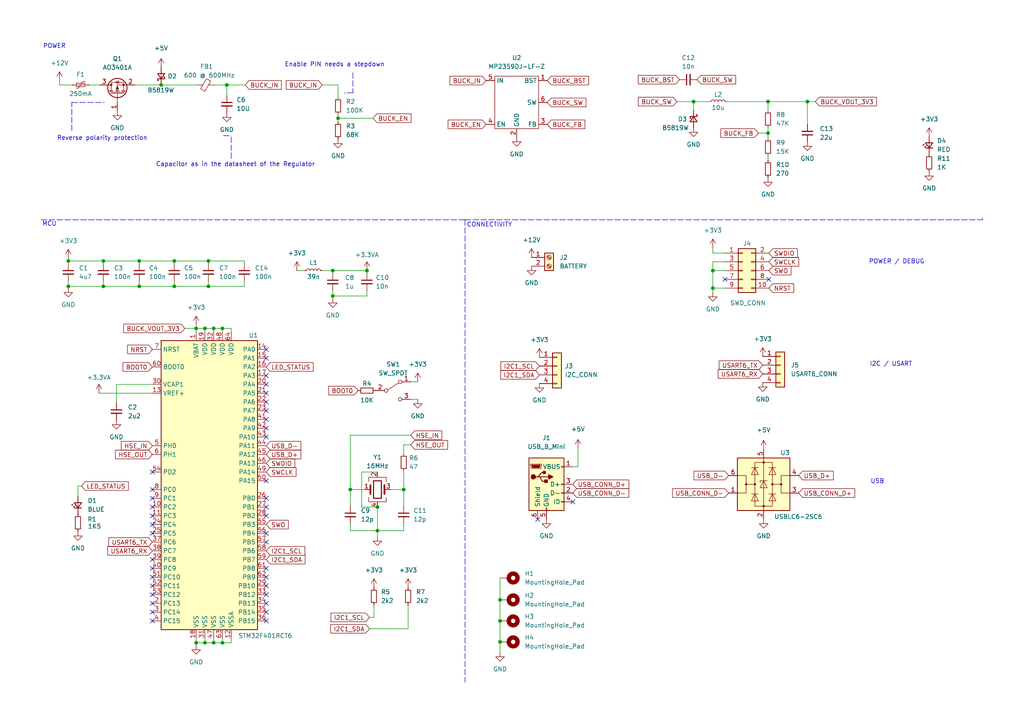
<source format=kicad_sch>
(kicad_sch (version 20211123) (generator eeschema)
  (paper "A4")
  (title_block (title "STM32 Corso") (date "2022-06-30") (rev "1.0") (company "Giovanni Rasera"))
  (lib_symbols
    (symbol "Connector:Screw_Terminal_01x02" (pin_names (offset 1.016) hide)
      (property "Reference" "J" (at 0 2.54 0))
      (property "Value" "Screw_Terminal_01x02" (at 0 -5.08 0))
      (symbol "Screw_Terminal_01x02_1_1"
        (pin passive line (at -5.08 0 0) (length 3.81) (name "Pin_1") (number "1"))
        (pin passive line (at -5.08 -2.54 0) (length 3.81) (name "Pin_2") (number "2"))
      )
    )
    (symbol "Connector:USB_B_Mini" (pin_names (offset 1.016))
      (property "Reference" "J" (at -5.08 11.43 0))
      (property "Value" "USB_B_Mini" (at -5.08 8.89 0))
      (symbol "USB_B_Mini_1_1"
        (pin power_out line (at 7.62 5.08 180) (length 2.54) (name "VBUS") (number "1"))
        (pin bidirectional line (at 7.62 -2.54 180) (length 2.54) (name "D-") (number "2"))
        (pin bidirectional line (at 7.62 0 180) (length 2.54) (name "D+") (number "3"))
        (pin passive line (at 7.62 -5.08 180) (length 2.54) (name "ID") (number "4"))
        (pin power_out line (at 0 -10.16 90) (length 2.54) (name "GND") (number "5"))
        (pin passive line (at -2.54 -10.16 90) (length 2.54) (name "Shield") (number "6"))
      )
    )
    (symbol "Connector_Generic:Conn_01x04" (pin_names (offset 1.016) hide)
      (property "Reference" "J" (at 0 5.08 0))
      (property "Value" "Conn_01x04" (at 0 -7.62 0))
      (symbol "Conn_01x04_1_1"
        (pin passive line (at -5.08 2.54 0) (length 3.81) (name "Pin_1") (number "1"))
        (pin passive line (at -5.08 0 0) (length 3.81) (name "Pin_2") (number "2"))
        (pin passive line (at -5.08 -2.54 0) (length 3.81) (name "Pin_3") (number "3"))
        (pin passive line (at -5.08 -5.08 0) (length 3.81) (name "Pin_4") (number "4"))
      )
    )
    (symbol "Connector_Generic:Conn_02x05_Odd_Even" (pin_names (offset 1.016) hide)
      (property "Reference" "J" (at 1.27 7.62 0))
      (property "Value" "Conn_02x05_Odd_Even" (at 1.27 -7.62 0))
      (symbol "Conn_02x05_Odd_Even_1_1"
        (pin passive line (at -5.08 5.08 0) (length 3.81) (name "Pin_1") (number "1"))
        (pin passive line (at 7.62 -5.08 180) (length 3.81) (name "Pin_10") (number "10"))
        (pin passive line (at 7.62 5.08 180) (length 3.81) (name "Pin_2") (number "2"))
        (pin passive line (at -5.08 2.54 0) (length 3.81) (name "Pin_3") (number "3"))
        (pin passive line (at 7.62 2.54 180) (length 3.81) (name "Pin_4") (number "4"))
        (pin passive line (at -5.08 0 0) (length 3.81) (name "Pin_5") (number "5"))
        (pin passive line (at 7.62 0 180) (length 3.81) (name "Pin_6") (number "6"))
        (pin passive line (at -5.08 -2.54 0) (length 3.81) (name "Pin_7") (number "7"))
        (pin passive line (at 7.62 -2.54 180) (length 3.81) (name "Pin_8") (number "8"))
        (pin passive line (at -5.08 -5.08 0) (length 3.81) (name "Pin_9") (number "9"))
      )
    )
    (symbol "Converter_DCDC:MP2359DJ-LF-Z"
      (property "Reference" "U?" (at -1.27 1.524 0))
      (property "Value" "MP2359DJ-LF-Z" (at -1.27 -1.016 0))
      (symbol "MP2359DJ-LF-Z_0_0"
        (pin passive line (at 7.62 -5.08 180) (length 2.54) (name "BST") (number "1"))
        (pin power_in line (at -1.27 -21.59 90) (length 2.54) (name "GND") (number "2"))
        (pin input line (at 7.62 -17.78 180) (length 2.54) (name "FB") (number "3"))
        (pin input line (at -10.16 -17.78 0) (length 2.54) (name "EN") (number "4"))
        (pin input line (at -10.16 -5.08 0) (length 2.54) (name "IN") (number "5"))
        (pin output line (at 7.62 -11.43 180) (length 2.54) (name "SW") (number "6"))
      )
    )
    (symbol "Device:C_Small" (pin_numbers hide) (pin_names (offset 0.254) hide)
      (property "Reference" "C" (at 0.254 1.778 0))
      (property "Value" "C_Small" (at 0.254 -2.032 0))
      (symbol "C_Small_1_1"
        (pin passive line (at 0 2.54 270) (length 2.032) (name "~") (number "1"))
        (pin passive line (at 0 -2.54 90) (length 2.032) (name "~") (number "2"))
      )
    )
    (symbol "Device:Crystal_GND24" (pin_names (offset 1.016) hide)
      (property "Reference" "Y" (at 3.175 5.08 0))
      (property "Value" "Crystal_GND24" (at 3.175 3.175 0))
      (symbol "Crystal_GND24_1_1"
        (pin passive line (at -3.81 0 0) (length 1.27) (name "1") (number "1"))
        (pin passive line (at 0 5.08 270) (length 1.27) (name "2") (number "2"))
        (pin passive line (at 3.81 0 180) (length 1.27) (name "3") (number "3"))
        (pin passive line (at 0 -5.08 90) (length 1.27) (name "4") (number "4"))
      )
    )
    (symbol "Device:D_Schottky_Small" (pin_numbers hide) (pin_names (offset 0.254) hide)
      (property "Reference" "D" (at -1.27 2.032 0))
      (property "Value" "D_Schottky_Small" (at -7.112 -2.032 0))
      (symbol "D_Schottky_Small_1_1"
        (pin passive line (at -2.54 0 0) (length 1.778) (name "K") (number "1"))
        (pin passive line (at 2.54 0 180) (length 1.778) (name "A") (number "2"))
      )
    )
    (symbol "Device:FerriteBead_Small" (pin_numbers hide) (pin_names (offset 0))
      (property "Reference" "FB" (at 1.905 1.27 0))
      (property "Value" "FerriteBead_Small" (at 1.905 -1.27 0))
      (symbol "FerriteBead_Small_1_1"
        (pin passive line (at 0 2.54 270) (length 1.27) (name "~") (number "1"))
        (pin passive line (at 0 -2.54 90) (length 1.27) (name "~") (number "2"))
      )
    )
    (symbol "Device:LED_Small" (pin_numbers hide) (pin_names (offset 0.254) hide)
      (property "Reference" "D" (at -1.27 3.175 0))
      (property "Value" "LED_Small" (at -4.445 -2.54 0))
      (symbol "LED_Small_1_1"
        (pin passive line (at -2.54 0 0) (length 1.778) (name "K") (number "1"))
        (pin passive line (at 2.54 0 180) (length 1.778) (name "A") (number "2"))
      )
    )
    (symbol "Device:L_Small" (pin_numbers hide) (pin_names (offset 0.254) hide)
      (property "Reference" "L" (at 0.762 1.016 0))
      (property "Value" "L_Small" (at 0.762 -1.016 0))
      (symbol "L_Small_1_1"
        (pin passive line (at 0 2.54 270) (length 0.508) (name "~") (number "1"))
        (pin passive line (at 0 -2.54 90) (length 0.508) (name "~") (number "2"))
      )
    )
    (symbol "Device:Polyfuse_Small" (pin_numbers hide) (pin_names (offset 0))
      (property "Reference" "F" (at -1.905 0 90))
      (property "Value" "Polyfuse_Small" (at 1.905 0 90))
      (symbol "Polyfuse_Small_1_1"
        (pin passive line (at 0 2.54 270) (length 0.635) (name "~") (number "1"))
        (pin passive line (at 0 -2.54 90) (length 0.635) (name "~") (number "2"))
      )
    )
    (symbol "Device:R_Small" (pin_numbers hide) (pin_names (offset 0.254) hide)
      (property "Reference" "R" (at 0.762 0.508 0))
      (property "Value" "R_Small" (at 0.762 -1.016 0))
      (symbol "R_Small_1_1"
        (pin passive line (at 0 2.54 270) (length 0.762) (name "~") (number "1"))
        (pin passive line (at 0 -2.54 90) (length 0.762) (name "~") (number "2"))
      )
    )
    (symbol "MCU_ST_STM32F4:STM32F401RCTx"
      (property "Reference" "U" (at -15.24 41.91 0))
      (property "Value" "STM32F401RCTx" (at 7.62 41.91 0))
      (symbol "STM32F401RCTx_1_1"
        (pin power_in line (at -5.08 43.18 270) (length 2.54) (name "VBAT") (number "1"))
        (pin bidirectional line (at -17.78 -7.62 0) (length 2.54) (name "PC2") (number "10"))
        (pin bidirectional line (at -17.78 -10.16 0) (length 2.54) (name "PC3") (number "11"))
        (pin power_in line (at 5.08 -45.72 90) (length 2.54) (name "VSSA") (number "12"))
        (pin power_in line (at -17.78 25.4 0) (length 2.54) (name "VREF+") (number "13"))
        (pin bidirectional line (at 15.24 38.1 180) (length 2.54) (name "PA0") (number "14"))
        (pin bidirectional line (at 15.24 35.56 180) (length 2.54) (name "PA1") (number "15"))
        (pin bidirectional line (at 15.24 33.02 180) (length 2.54) (name "PA2") (number "16"))
        (pin bidirectional line (at 15.24 30.48 180) (length 2.54) (name "PA3") (number "17"))
        (pin power_in line (at -5.08 -45.72 90) (length 2.54) (name "VSS") (number "18"))
        (pin power_in line (at -2.54 43.18 270) (length 2.54) (name "VDD") (number "19"))
        (pin bidirectional line (at -17.78 -35.56 0) (length 2.54) (name "PC13") (number "2"))
        (pin bidirectional line (at 15.24 27.94 180) (length 2.54) (name "PA4") (number "20"))
        (pin bidirectional line (at 15.24 25.4 180) (length 2.54) (name "PA5") (number "21"))
        (pin bidirectional line (at 15.24 22.86 180) (length 2.54) (name "PA6") (number "22"))
        (pin bidirectional line (at 15.24 20.32 180) (length 2.54) (name "PA7") (number "23"))
        (pin bidirectional line (at -17.78 -12.7 0) (length 2.54) (name "PC4") (number "24"))
        (pin bidirectional line (at -17.78 -15.24 0) (length 2.54) (name "PC5") (number "25"))
        (pin bidirectional line (at 15.24 -5.08 180) (length 2.54) (name "PB0") (number "26"))
        (pin bidirectional line (at 15.24 -7.62 180) (length 2.54) (name "PB1") (number "27"))
        (pin bidirectional line (at 15.24 -10.16 180) (length 2.54) (name "PB2") (number "28"))
        (pin bidirectional line (at 15.24 -30.48 180) (length 2.54) (name "PB10") (number "29"))
        (pin bidirectional line (at -17.78 -38.1 0) (length 2.54) (name "PC14") (number "3"))
        (pin power_in line (at -17.78 27.94 0) (length 2.54) (name "VCAP1") (number "30"))
        (pin power_in line (at -2.54 -45.72 90) (length 2.54) (name "VSS") (number "31"))
        (pin power_in line (at 0 43.18 270) (length 2.54) (name "VDD") (number "32"))
        (pin bidirectional line (at 15.24 -33.02 180) (length 2.54) (name "PB12") (number "33"))
        (pin bidirectional line (at 15.24 -35.56 180) (length 2.54) (name "PB13") (number "34"))
        (pin bidirectional line (at 15.24 -38.1 180) (length 2.54) (name "PB14") (number "35"))
        (pin bidirectional line (at 15.24 -40.64 180) (length 2.54) (name "PB15") (number "36"))
        (pin bidirectional line (at -17.78 -17.78 0) (length 2.54) (name "PC6") (number "37"))
        (pin bidirectional line (at -17.78 -20.32 0) (length 2.54) (name "PC7") (number "38"))
        (pin bidirectional line (at -17.78 -22.86 0) (length 2.54) (name "PC8") (number "39"))
        (pin bidirectional line (at -17.78 -40.64 0) (length 2.54) (name "PC15") (number "4"))
        (pin bidirectional line (at -17.78 -25.4 0) (length 2.54) (name "PC9") (number "40"))
        (pin bidirectional line (at 15.24 17.78 180) (length 2.54) (name "PA8") (number "41"))
        (pin bidirectional line (at 15.24 15.24 180) (length 2.54) (name "PA9") (number "42"))
        (pin bidirectional line (at 15.24 12.7 180) (length 2.54) (name "PA10") (number "43"))
        (pin bidirectional line (at 15.24 10.16 180) (length 2.54) (name "PA11") (number "44"))
        (pin bidirectional line (at 15.24 7.62 180) (length 2.54) (name "PA12") (number "45"))
        (pin bidirectional line (at 15.24 5.08 180) (length 2.54) (name "PA13") (number "46"))
        (pin power_in line (at 0 -45.72 90) (length 2.54) (name "VSS") (number "47"))
        (pin power_in line (at 2.54 43.18 270) (length 2.54) (name "VDD") (number "48"))
        (pin bidirectional line (at 15.24 2.54 180) (length 2.54) (name "PA14") (number "49"))
        (pin input line (at -17.78 10.16 0) (length 2.54) (name "PH0") (number "5"))
        (pin bidirectional line (at 15.24 0 180) (length 2.54) (name "PA15") (number "50"))
        (pin bidirectional line (at -17.78 -27.94 0) (length 2.54) (name "PC10") (number "51"))
        (pin bidirectional line (at -17.78 -30.48 0) (length 2.54) (name "PC11") (number "52"))
        (pin bidirectional line (at -17.78 -33.02 0) (length 2.54) (name "PC12") (number "53"))
        (pin bidirectional line (at -17.78 2.54 0) (length 2.54) (name "PD2") (number "54"))
        (pin bidirectional line (at 15.24 -12.7 180) (length 2.54) (name "PB3") (number "55"))
        (pin bidirectional line (at 15.24 -15.24 180) (length 2.54) (name "PB4") (number "56"))
        (pin bidirectional line (at 15.24 -17.78 180) (length 2.54) (name "PB5") (number "57"))
        (pin bidirectional line (at 15.24 -20.32 180) (length 2.54) (name "PB6") (number "58"))
        (pin bidirectional line (at 15.24 -22.86 180) (length 2.54) (name "PB7") (number "59"))
        (pin input line (at -17.78 7.62 0) (length 2.54) (name "PH1") (number "6"))
        (pin input line (at -17.78 33.02 0) (length 2.54) (name "BOOT0") (number "60"))
        (pin bidirectional line (at 15.24 -25.4 180) (length 2.54) (name "PB8") (number "61"))
        (pin bidirectional line (at 15.24 -27.94 180) (length 2.54) (name "PB9") (number "62"))
        (pin power_in line (at 2.54 -45.72 90) (length 2.54) (name "VSS") (number "63"))
        (pin power_in line (at 5.08 43.18 270) (length 2.54) (name "VDD") (number "64"))
        (pin input line (at -17.78 38.1 0) (length 2.54) (name "NRST") (number "7"))
        (pin bidirectional line (at -17.78 -2.54 0) (length 2.54) (name "PC0") (number "8"))
        (pin bidirectional line (at -17.78 -5.08 0) (length 2.54) (name "PC1") (number "9"))
      )
    )
    (symbol "Mechanical:MountingHole_Pad" (pin_numbers hide) (pin_names (offset 1.016) hide)
      (property "Reference" "H" (at 0 6.35 0))
      (property "Value" "MountingHole_Pad" (at 0 4.445 0))
      (symbol "MountingHole_Pad_1_1"
        (pin input line (at 0 -2.54 90) (length 2.54) (name "1") (number "1"))
      )
    )
    (symbol "Power_Protection:USBLC6-2SC6" (pin_names hide)
      (property "Reference" "U" (at 2.54 8.89 0))
      (property "Value" "USBLC6-2SC6" (at 2.54 -8.89 0))
      (symbol "USBLC6-2SC6_1_1"
        (pin passive line (at -10.16 -2.54 0) (length 2.54) (name "I/O1") (number "1"))
        (pin passive line (at 0 -10.16 90) (length 2.54) (name "GND") (number "2"))
        (pin passive line (at 10.16 -2.54 180) (length 2.54) (name "I/O2") (number "3"))
        (pin passive line (at 10.16 2.54 180) (length 2.54) (name "I/O2") (number "4"))
        (pin passive line (at 0 10.16 270) (length 2.54) (name "VBUS") (number "5"))
        (pin passive line (at -10.16 2.54 0) (length 2.54) (name "I/O1") (number "6"))
      )
    )
    (symbol "Switch:SW_SPDT" (pin_names (offset 0) hide)
      (property "Reference" "SW" (at 0 4.318 0))
      (property "Value" "SW_SPDT" (at 0 -5.08 0))
      (symbol "SW_SPDT_1_1"
        (pin passive line (at 5.08 2.54 180) (length 2.54) (name "A") (number "1"))
        (pin passive line (at -5.08 0 0) (length 2.54) (name "B") (number "2"))
        (pin passive line (at 5.08 -2.54 180) (length 2.54) (name "C") (number "3"))
      )
    )
    (symbol "Transistor_FET:AO3401A" (pin_names hide)
      (property "Reference" "Q" (at 5.08 1.905 0))
      (property "Value" "AO3401A" (at 5.08 0 0))
      (symbol "AO3401A_1_1"
        (pin input line (at -5.08 0 0) (length 2.54) (name "G") (number "1"))
        (pin passive line (at 2.54 -5.08 90) (length 2.54) (name "S") (number "2"))
        (pin passive line (at 2.54 5.08 270) (length 2.54) (name "D") (number "3"))
      )
    )
    (symbol "power:+12V" (power) (pin_names (offset 0))
      (property "Value" "+12V" (at 0 3.556 0))
      (symbol "+12V_1_1"
        (pin power_in line (at 0 0 90) (length 0) hide (name "+12V") (number "1"))
      )
    )
    (symbol "power:+3.3V" (power) (pin_names (offset 0))
      (property "Value" "+3.3V" (at 0 3.556 0))
      (symbol "+3.3V_1_1"
        (pin power_in line (at 0 0 90) (length 0) hide (name "+3V3") (number "1"))
      )
    )
    (symbol "power:+3.3VA" (power) (pin_names (offset 0))
      (property "Value" "+3.3VA" (at 0 3.556 0))
      (symbol "+3.3VA_1_1"
        (pin power_in line (at 0 0 90) (length 0) hide (name "+3.3VA") (number "1"))
      )
    )
    (symbol "power:+5V" (power) (pin_names (offset 0))
      (property "Value" "+5V" (at 0 3.556 0))
      (symbol "+5V_1_1"
        (pin power_in line (at 0 0 90) (length 0) hide (name "+5V") (number "1"))
      )
    )
    (symbol "power:GND" (power) (pin_names (offset 0))
      (property "Value" "GND" (at 0 -3.81 0))
      (symbol "GND_1_1"
        (pin power_in line (at 0 0 270) (length 0) hide (name "GND") (number "1"))
      )
    )
  )
  (junction (at 96.52 78.486))
  (junction (at 222.758 29.464))
  (junction (at 65.786 24.638))
  (junction (at 117.094 141.986))
  (junction (at 50.546 75.692))
  (junction (at 60.452 83.058))
  (junction (at 145.034 180.086))
  (junction (at 96.52 85.852))
  (junction (at 109.474 153.924))
  (junction (at 40.386 75.692))
  (junction (at 106.426 78.486))
  (junction (at 29.972 83.058))
  (junction (at 145.034 186.182))
  (junction (at 59.436 186.436))
  (junction (at 64.516 186.436))
  (junction (at 222.758 38.608))
  (junction (at 98.044 34.29))
  (junction (at 61.976 95.25))
  (junction (at 40.386 83.058))
  (junction (at 109.474 147.066))
  (junction (at 46.736 24.638))
  (junction (at 145.034 173.99))
  (junction (at 64.516 95.25))
  (junction (at 206.756 83.566))
  (junction (at 101.6 141.986))
  (junction (at 19.812 75.692))
  (junction (at 61.976 186.436))
  (junction (at 59.436 95.25))
  (junction (at 201.168 29.464))
  (junction (at 56.896 186.436))
  (junction (at 29.972 75.692))
  (junction (at 56.896 95.25))
  (junction (at 206.756 78.486))
  (junction (at 50.546 83.058))
  (junction (at 60.452 75.692))
  (junction (at 234.188 29.464))
  (junction (at 19.812 83.058))
  (no_connect (at 223.012 81.026))
  (no_connect (at 44.196 180.086))
  (no_connect (at 44.196 164.846))
  (no_connect (at 44.196 162.306))
  (no_connect (at 44.196 177.546))
  (no_connect (at 44.196 175.006))
  (no_connect (at 44.196 172.466))
  (no_connect (at 44.196 169.926))
  (no_connect (at 44.196 167.386))
  (no_connect (at 77.216 167.386))
  (no_connect (at 44.196 154.686))
  (no_connect (at 44.196 152.146))
  (no_connect (at 44.196 149.606))
  (no_connect (at 77.216 149.606))
  (no_connect (at 77.216 154.686))
  (no_connect (at 77.216 157.226))
  (no_connect (at 77.216 169.926))
  (no_connect (at 77.216 172.466))
  (no_connect (at 77.216 175.006))
  (no_connect (at 77.216 177.546))
  (no_connect (at 77.216 180.086))
  (no_connect (at 77.216 101.346))
  (no_connect (at 77.216 103.886))
  (no_connect (at 77.216 108.966))
  (no_connect (at 77.216 111.506))
  (no_connect (at 77.216 114.046))
  (no_connect (at 77.216 116.586))
  (no_connect (at 77.216 119.126))
  (no_connect (at 77.216 121.666))
  (no_connect (at 77.216 124.206))
  (no_connect (at 77.216 126.746))
  (no_connect (at 210.312 81.026))
  (no_connect (at 77.216 164.846))
  (no_connect (at 44.196 147.066))
  (no_connect (at 44.196 136.906))
  (no_connect (at 44.196 141.986))
  (no_connect (at 44.196 144.526))
  (no_connect (at 77.216 139.446))
  (no_connect (at 77.216 144.526))
  (no_connect (at 77.216 147.066))
  (no_connect (at 166.116 145.542))
  (no_connect (at 155.956 150.622))
  (wire (pts (xy 56.896 95.25) (xy 59.436 95.25)))
  (wire (pts (xy 60.452 75.692) (xy 60.452 76.454)))
  (wire (pts (xy 104.902 147.066) (xy 109.474 147.066)))
  (wire (pts (xy 17.272 24.638) (xy 20.828 24.638)))
  (wire (pts (xy 222.758 37.084) (xy 222.758 38.608)))
  (wire (pts (xy 56.896 95.25) (xy 56.896 96.266)))
  (wire (pts (xy 29.972 83.058) (xy 40.386 83.058)))
  (wire (pts (xy 166.116 135.382) (xy 167.64 135.382)))
  (wire (pts (xy 119.126 110.744) (xy 121.158 110.744)))
  (wire (pts (xy 117.094 141.986) (xy 117.094 146.812)))
  (wire (pts (xy 98.044 34.29) (xy 98.044 35.306)))
  (wire (pts (xy 70.866 75.692) (xy 60.452 75.692)))
  (wire (pts (xy 67.056 185.166) (xy 67.056 186.436)))
  (wire (pts (xy 40.386 75.692) (xy 50.546 75.692)))
  (wire (pts (xy 60.452 83.058) (xy 60.452 81.534)))
  (wire (pts (xy 67.056 95.25) (xy 67.056 96.266)))
  (wire (pts (xy 101.6 151.892) (xy 101.6 153.924)))
  (wire (pts (xy 206.756 71.882) (xy 206.756 73.406)))
  (wire (pts (xy 109.474 147.066) (xy 109.474 153.924)))
  (wire (pts (xy 96.52 85.852) (xy 96.52 86.614)))
  (wire (pts (xy 61.976 185.166) (xy 61.976 186.436)))
  (wire (pts (xy 113.284 141.986) (xy 117.094 141.986)))
  (wire (pts (xy 108.458 175.514) (xy 108.458 179.07)))
  (wire (pts (xy 145.034 186.182) (xy 145.034 189.23)))
  (wire (pts (xy 101.6 141.986) (xy 101.6 146.812)))
  (wire (pts (xy 196.342 29.464) (xy 201.168 29.464)))
  (wire (pts (xy 44.196 111.506) (xy 33.782 111.506)))
  (wire (pts (xy 70.866 76.454) (xy 70.866 75.692)))
  (wire (pts (xy 93.472 78.486) (xy 96.52 78.486)))
  (wire (pts (xy 210.312 78.486) (xy 206.756 78.486)))
  (wire (pts (xy 107.188 182.372) (xy 118.364 182.372)))
  (wire (pts (xy 222.758 29.464) (xy 222.758 32.004)))
  (wire (pts (xy 96.52 85.852) (xy 106.426 85.852)))
  (wire (pts (xy 50.546 81.534) (xy 50.546 83.058)))
  (wire (pts (xy 39.116 24.638) (xy 46.736 24.638)))
  (wire (pts (xy 50.546 83.058) (xy 60.452 83.058)))
  (wire (pts (xy 98.044 34.29) (xy 108.204 34.29)))
  (wire (pts (xy 109.474 136.906) (xy 104.902 136.906)))
  (wire (pts (xy 118.364 182.372) (xy 118.364 175.514)))
  (wire (pts (xy 50.546 75.692) (xy 60.452 75.692)))
  (wire (pts (xy 86.106 78.486) (xy 88.392 78.486)))
  (wire (pts (xy 108.458 179.07) (xy 107.188 179.07)))
  (wire (pts (xy 50.546 76.454) (xy 50.546 75.692)))
  (wire (pts (xy 19.812 81.534) (xy 19.812 83.058)))
  (wire (pts (xy 119.126 115.824) (xy 121.158 115.824)))
  (wire (pts (xy 28.702 114.046) (xy 44.196 114.046)))
  (wire (pts (xy 117.094 129.032) (xy 119.126 129.032)))
  (wire (pts (xy 59.436 186.436) (xy 56.896 186.436)))
  (wire (pts (xy 59.436 95.25) (xy 61.976 95.25)))
  (wire (pts (xy 234.188 29.464) (xy 234.188 36.068)))
  (wire (pts (xy 98.044 24.638) (xy 98.044 28.194)))
  (wire (pts (xy 201.168 29.464) (xy 205.74 29.464)))
  (wire (pts (xy 40.386 76.454) (xy 40.386 75.692)))
  (wire (pts (xy 64.516 95.25) (xy 64.516 96.266)))
  (wire (pts (xy 56.896 94.234) (xy 56.896 95.25)))
  (wire (pts (xy 101.6 126.238) (xy 119.126 126.238)))
  (polyline (pts (xy 102.362 26.924) (xy 100.076 26.924)))
  (wire (pts (xy 64.516 186.436) (xy 67.056 186.436)))
  (wire (pts (xy 40.386 83.058) (xy 50.546 83.058)))
  (wire (pts (xy 33.782 111.506) (xy 33.782 116.84)))
  (wire (pts (xy 64.516 185.166) (xy 64.516 186.436)))
  (wire (pts (xy 19.812 75.692) (xy 29.972 75.692)))
  (wire (pts (xy 98.044 33.274) (xy 98.044 34.29)))
  (wire (pts (xy 22.606 140.97) (xy 23.622 140.97)))
  (polyline (pts (xy 100.076 26.924) (xy 100.076 27.178)))
  (polyline (pts (xy 11.938 63.754) (xy 134.874 63.754)))
  (wire (pts (xy 17.272 23.368) (xy 17.272 24.638)))
  (wire (pts (xy 53.594 95.25) (xy 56.896 95.25)))
  (polyline (pts (xy 134.874 63.754) (xy 284.988 63.754)))
  (wire (pts (xy 222.758 45.212) (xy 222.758 46.482)))
  (wire (pts (xy 101.6 126.238) (xy 101.6 141.986)))
  (wire (pts (xy 65.786 24.638) (xy 65.786 27.686)))
  (wire (pts (xy 29.972 75.692) (xy 40.386 75.692)))
  (wire (pts (xy 46.736 24.638) (xy 57.15 24.638)))
  (wire (pts (xy 222.758 38.608) (xy 222.758 40.132)))
  (wire (pts (xy 206.756 78.486) (xy 206.756 83.566)))
  (wire (pts (xy 219.964 38.608) (xy 222.758 38.608)))
  (wire (pts (xy 101.6 141.986) (xy 105.664 141.986)))
  (wire (pts (xy 22.606 144.018) (xy 22.606 140.97)))
  (wire (pts (xy 167.64 135.382) (xy 167.64 130.048)))
  (polyline (pts (xy 67.056 45.974) (xy 67.056 39.37)))
  (wire (pts (xy 59.436 185.166) (xy 59.436 186.436)))
  (wire (pts (xy 19.812 74.93) (xy 19.812 75.692)))
  (wire (pts (xy 222.758 29.464) (xy 234.188 29.464)))
  (wire (pts (xy 56.896 186.436) (xy 56.896 187.198)))
  (wire (pts (xy 104.902 136.906) (xy 104.902 147.066)))
  (wire (pts (xy 106.426 78.486) (xy 96.52 78.486)))
  (wire (pts (xy 29.972 83.058) (xy 29.972 81.534)))
  (wire (pts (xy 106.426 85.852) (xy 106.426 84.328)))
  (polyline (pts (xy 102.362 21.082) (xy 102.362 26.924)))
  (wire (pts (xy 61.976 95.25) (xy 64.516 95.25)))
  (wire (pts (xy 64.516 95.25) (xy 67.056 95.25)))
  (wire (pts (xy 210.82 29.464) (xy 222.758 29.464)))
  (polyline (pts (xy 20.828 29.718) (xy 30.226 29.718)))
  (wire (pts (xy 70.866 81.534) (xy 70.866 83.058)))
  (wire (pts (xy 62.23 24.638) (xy 65.786 24.638)))
  (wire (pts (xy 206.756 75.946) (xy 206.756 78.486)))
  (wire (pts (xy 96.52 84.328) (xy 96.52 85.852)))
  (wire (pts (xy 106.426 79.248) (xy 106.426 78.486)))
  (polyline (pts (xy 64.77 39.37) (xy 67.056 39.37)))
  (wire (pts (xy 70.866 83.058) (xy 60.452 83.058)))
  (wire (pts (xy 56.896 185.166) (xy 56.896 186.436)))
  (wire (pts (xy 61.976 95.25) (xy 61.976 96.266)))
  (wire (pts (xy 19.812 83.058) (xy 29.972 83.058)))
  (wire (pts (xy 117.094 136.652) (xy 117.094 141.986)))
  (wire (pts (xy 145.034 180.086) (xy 145.034 186.182)))
  (wire (pts (xy 234.188 29.464) (xy 236.474 29.464)))
  (wire (pts (xy 59.436 95.25) (xy 59.436 96.266)))
  (wire (pts (xy 65.786 24.638) (xy 71.12 24.638)))
  (wire (pts (xy 93.472 24.638) (xy 98.044 24.638)))
  (wire (pts (xy 145.034 173.99) (xy 145.034 180.086)))
  (polyline (pts (xy 284.988 63.246) (xy 284.988 63.754)))
  (wire (pts (xy 201.168 29.464) (xy 201.168 32.004)))
  (wire (pts (xy 59.436 186.436) (xy 61.976 186.436)))
  (wire (pts (xy 25.908 24.638) (xy 28.956 24.638)))
  (wire (pts (xy 40.386 81.534) (xy 40.386 83.058)))
  (wire (pts (xy 29.972 76.454) (xy 29.972 75.692)))
  (wire (pts (xy 145.034 167.64) (xy 145.034 173.99)))
  (polyline (pts (xy 20.828 37.846) (xy 20.828 29.718)))
  (wire (pts (xy 101.6 153.924) (xy 109.474 153.924)))
  (wire (pts (xy 206.756 84.836) (xy 206.756 83.566)))
  (wire (pts (xy 19.812 75.692) (xy 19.812 76.454)))
  (wire (pts (xy 109.474 155.702) (xy 109.474 153.924)))
  (wire (pts (xy 206.756 73.406) (xy 210.312 73.406)))
  (wire (pts (xy 210.312 75.946) (xy 206.756 75.946)))
  (wire (pts (xy 109.474 153.924) (xy 117.094 153.924)))
  (wire (pts (xy 206.756 83.566) (xy 210.312 83.566)))
  (wire (pts (xy 117.094 153.924) (xy 117.094 151.892)))
  (wire (pts (xy 61.976 186.436) (xy 64.516 186.436)))
  (wire (pts (xy 19.812 83.058) (xy 19.812 83.566)))
  (polyline (pts (xy 134.874 63.754) (xy 134.874 197.866)))
  (wire (pts (xy 117.094 129.032) (xy 117.094 131.572)))
  (wire (pts (xy 96.52 78.486) (xy 96.52 79.248)))
  (text "USB\n" (at 252.476 140.462 0) (effects (font (size 1.27 1.27)) (justify left bottom)))
  (text "POWER\n" (at 12.446 14.224 0) (effects (font (size 1.27 1.27)) (justify left bottom)))
  (text "MCU\n" (at 12.192 65.786 0) (effects (font (size 1.27 1.27)) (justify left bottom)))
  (text "Capacitor as in the datasheet of the Regulator\n" (at 45.212 48.514 0) (effects (font (size 1.27 1.27)) (justify left bottom)))
  (text "I2C / USART\n" (at 252.222 106.426 0) (effects (font (size 1.27 1.27)) (justify left bottom)))
  (text "Enable PIN needs a stepdown\n" (at 82.55 19.558 0) (effects (font (size 1.27 1.27)) (justify left bottom)))
  (text "CONNECTIVITY\n" (at 135.382 66.04 0) (effects (font (size 1.27 1.27)) (justify left bottom)))
  (text "Reverse polarity protection\n" (at 16.51 40.894 0) (effects (font (size 1.27 1.27)) (justify left bottom)))
  (text "POWER / DEBUG\n" (at 251.968 76.708 0) (effects (font (size 1.27 1.27)) (justify left bottom)))
  (global_label "BUCK_IN" (shape input) (at 140.97 23.368 180) (property "Intersheet References" "${INTERSHEET_REFS}" (effects hide)))
  (global_label "USB_CONN_D+" (shape input) (at 231.648 143.002 0) (property "Intersheet References" "${INTERSHEET_REFS}" (effects hide)))
  (global_label "SWCLK" (shape input) (at 77.216 136.906 0) (property "Intersheet References" "${INTERSHEET_REFS}" (effects hide)))
  (global_label "I2C1_SCL" (shape input) (at 107.188 179.07 180) (property "Intersheet References" "${INTERSHEET_REFS}" (effects hide)))
  (global_label "SWO" (shape input) (at 223.012 78.486 0) (property "Intersheet References" "${INTERSHEET_REFS}" (effects hide)))
  (global_label "NRST" (shape input) (at 223.012 83.566 0) (property "Intersheet References" "${INTERSHEET_REFS}" (effects hide)))
  (global_label "BUCK_VOUT_3V3" (shape input) (at 53.594 95.25 180) (property "Intersheet References" "${INTERSHEET_REFS}" (effects hide)))
  (global_label "BUCK_IN" (shape input) (at 71.12 24.638 0) (property "Intersheet References" "${INTERSHEET_REFS}" (effects hide)))
  (global_label "BUCK_BST" (shape input) (at 197.104 23.114 180) (property "Intersheet References" "${INTERSHEET_REFS}" (effects hide)))
  (global_label "I2C1_SCL" (shape input) (at 156.464 106.172 180) (property "Intersheet References" "${INTERSHEET_REFS}" (effects hide)))
  (global_label "BUCK_IN" (shape input) (at 93.472 24.638 180) (property "Intersheet References" "${INTERSHEET_REFS}" (effects hide)))
  (global_label "BUCK_EN" (shape input) (at 108.204 34.29 0) (property "Intersheet References" "${INTERSHEET_REFS}" (effects hide)))
  (global_label "USB_D+" (shape input) (at 231.648 137.922 0) (property "Intersheet References" "${INTERSHEET_REFS}" (effects hide)))
  (global_label "SWO" (shape input) (at 77.216 152.146 0) (property "Intersheet References" "${INTERSHEET_REFS}" (effects hide)))
  (global_label "USART6_TX" (shape input) (at 221.234 105.918 180) (property "Intersheet References" "${INTERSHEET_REFS}" (effects hide)))
  (global_label "NRST" (shape input) (at 44.196 101.346 180) (property "Intersheet References" "${INTERSHEET_REFS}" (effects hide)))
  (global_label "BUCK_VOUT_3V3" (shape input) (at 236.474 29.464 0) (property "Intersheet References" "${INTERSHEET_REFS}" (effects hide)))
  (global_label "USB_CONN_D-" (shape input) (at 211.328 143.002 180) (property "Intersheet References" "${INTERSHEET_REFS}" (effects hide)))
  (global_label "HSE_OUT" (shape input) (at 44.196 131.826 180) (property "Intersheet References" "${INTERSHEET_REFS}" (effects hide)))
  (global_label "SWDIO" (shape input) (at 223.012 73.406 0) (property "Intersheet References" "${INTERSHEET_REFS}" (effects hide)))
  (global_label "USB_D-" (shape input) (at 77.216 129.286 0) (property "Intersheet References" "${INTERSHEET_REFS}" (effects hide)))
  (global_label "SWDIO" (shape input) (at 77.216 134.366 0) (property "Intersheet References" "${INTERSHEET_REFS}" (effects hide)))
  (global_label "USB_CONN_D-" (shape input) (at 166.116 143.002 0) (property "Intersheet References" "${INTERSHEET_REFS}" (effects hide)))
  (global_label "HSE_OUT" (shape input) (at 119.126 129.032 0) (property "Intersheet References" "${INTERSHEET_REFS}" (effects hide)))
  (global_label "USB_D+" (shape input) (at 77.216 131.826 0) (property "Intersheet References" "${INTERSHEET_REFS}" (effects hide)))
  (global_label "SWCLK" (shape input) (at 223.012 75.946 0) (property "Intersheet References" "${INTERSHEET_REFS}" (effects hide)))
  (global_label "BOOT0" (shape input) (at 44.196 106.426 180) (property "Intersheet References" "${INTERSHEET_REFS}" (effects hide)))
  (global_label "HSE_IN" (shape input) (at 119.126 126.238 0) (property "Intersheet References" "${INTERSHEET_REFS}" (effects hide)))
  (global_label "LED_STATUS" (shape input) (at 77.216 106.426 0) (property "Intersheet References" "${INTERSHEET_REFS}" (effects hide)))
  (global_label "BUCK_SW" (shape input) (at 196.342 29.464 180) (property "Intersheet References" "${INTERSHEET_REFS}" (effects hide)))
  (global_label "I2C1_SCL" (shape input) (at 77.216 159.766 0) (property "Intersheet References" "${INTERSHEET_REFS}" (effects hide)))
  (global_label "USB_CONN_D+" (shape input) (at 166.116 140.462 0) (property "Intersheet References" "${INTERSHEET_REFS}" (effects hide)))
  (global_label "BOOT0" (shape input) (at 103.886 113.284 180) (property "Intersheet References" "${INTERSHEET_REFS}" (effects hide)))
  (global_label "USART6_TX" (shape input) (at 44.196 157.226 180) (property "Intersheet References" "${INTERSHEET_REFS}" (effects hide)))
  (global_label "BUCK_FB" (shape input) (at 158.75 36.068 0) (property "Intersheet References" "${INTERSHEET_REFS}" (effects hide)))
  (global_label "BUCK_EN" (shape input) (at 140.97 36.068 180) (property "Intersheet References" "${INTERSHEET_REFS}" (effects hide)))
  (global_label "USB_D-" (shape input) (at 211.328 137.922 180) (property "Intersheet References" "${INTERSHEET_REFS}" (effects hide)))
  (global_label "I2C1_SDA" (shape input) (at 107.188 182.372 180) (property "Intersheet References" "${INTERSHEET_REFS}" (effects hide)))
  (global_label "USART6_RX" (shape input) (at 221.234 108.458 180) (property "Intersheet References" "${INTERSHEET_REFS}" (effects hide)))
  (global_label "BUCK_SW" (shape input) (at 158.75 29.718 0) (property "Intersheet References" "${INTERSHEET_REFS}" (effects hide)))
  (global_label "BUCK_FB" (shape input) (at 219.964 38.608 180) (property "Intersheet References" "${INTERSHEET_REFS}" (effects hide)))
  (global_label "I2C1_SDA" (shape input) (at 77.216 162.306 0) (property "Intersheet References" "${INTERSHEET_REFS}" (effects hide)))
  (global_label "USART6_RX" (shape input) (at 44.196 159.766 180) (property "Intersheet References" "${INTERSHEET_REFS}" (effects hide)))
  (global_label "BUCK_BST" (shape input) (at 158.75 23.368 0) (property "Intersheet References" "${INTERSHEET_REFS}" (effects hide)))
  (global_label "BUCK_SW" (shape input) (at 202.184 23.114 0) (property "Intersheet References" "${INTERSHEET_REFS}" (effects hide)))
  (global_label "I2C1_SDA" (shape input) (at 156.464 108.712 180) (property "Intersheet References" "${INTERSHEET_REFS}" (effects hide)))
  (global_label "LED_STATUS" (shape input) (at 23.622 140.97 0) (property "Intersheet References" "${INTERSHEET_REFS}" (effects hide)))
  (global_label "HSE_IN" (shape input) (at 44.196 129.286 180) (property "Intersheet References" "${INTERSHEET_REFS}" (effects hide)))
  (symbol (lib_id "Connector_Generic:Conn_01x04") (at 161.544 106.172 0) (unit 1)
    (property "Reference" "J3" (at 163.83 106.1719 0) (effects (justify left)))
    (property "Value" "I2C_CONN" (at 163.83 108.7119 0) (effects (justify left)))
    (property "Footprint" "Connector_Molex:Molex_PicoBlade_53048-0410_1x04_P1.25mm_Horizontal" (effects hide))
  )
  (symbol (lib_id "Device:L_Small") (at 90.932 78.486 90) (unit 1)
    (property "Reference" "L1" (at 90.932 76.2 90))
    (property "Value" "39n" (at 90.932 80.264 90))
    (property "Footprint" "Inductor_SMD:L_0402_1005Metric" (effects hide))
  )
  (symbol (lib_id "power:GND") (at 221.488 150.622 0) (unit 1)
    (property "Reference" "#PWR034" (effects hide))
    (property "Value" "GND" (at 221.488 155.448 0))
  )
  (symbol (lib_id "Device:C_Small") (at 106.426 81.788 0) (unit 1)
    (property "Reference" "C10" (at 108.966 80.5242 0) (effects (justify left)))
    (property "Value" "10n" (at 108.966 83.0642 0) (effects (justify left)))
    (property "Footprint" "Capacitor_SMD:C_0402_1005Metric" (effects hide))
  )
  (symbol (lib_id "Device:R_Small") (at 222.758 42.672 180) (unit 1)
    (property "Reference" "R9" (at 225.044 41.4019 0) (effects (justify right)))
    (property "Value" "15K" (at 225.044 43.9419 0) (effects (justify right)))
    (property "Footprint" "Resistor_SMD:R_0603_1608Metric" (effects hide))
  )
  (symbol (lib_id "Device:R_Small") (at 106.426 113.284 90) (unit 1)
    (property "Reference" "R4" (at 106.426 111.252 90))
    (property "Value" "10K" (at 106.426 116.078 90))
    (property "Footprint" "Resistor_SMD:R_0402_1005Metric" (effects hide))
  )
  (symbol (lib_id "power:+12V") (at 17.272 23.368 0) (unit 1)
    (property "Reference" "#PWR01" (effects hide))
    (property "Value" "+12V" (at 17.272 18.288 0))
  )
  (symbol (lib_id "power:GND") (at 234.188 41.148 0) (unit 1)
    (property "Reference" "#PWR036" (effects hide))
    (property "Value" "GND" (at 234.188 45.974 0))
  )
  (symbol (lib_id "Device:C_Small") (at 50.546 78.994 0) (unit 1)
    (property "Reference" "C5" (at 53.34 77.7302 0) (effects (justify left)))
    (property "Value" "100n" (at 53.34 80.2702 0) (effects (justify left)))
    (property "Footprint" "Capacitor_SMD:C_0402_1005Metric" (effects hide))
  )
  (symbol (lib_id "Device:C_Small") (at 117.094 149.352 0) (unit 1)
    (property "Reference" "C11" (at 119.888 148.0882 0) (effects (justify left)))
    (property "Value" "12p" (at 119.888 150.6282 0) (effects (justify left)))
    (property "Footprint" "Capacitor_SMD:C_0402_1005Metric" (effects hide))
  )
  (symbol (lib_id "Device:R_Small") (at 118.364 172.974 0) (unit 1)
    (property "Reference" "R7" (at 120.65 171.7039 0) (effects (justify left)))
    (property "Value" "2k2" (at 120.65 174.2439 0) (effects (justify left)))
    (property "Footprint" "Resistor_SMD:R_0603_1608Metric" (effects hide))
  )
  (symbol (lib_id "Connector:USB_B_Mini") (at 158.496 140.462 0) (unit 1)
    (property "Reference" "J1" (at 158.496 127 0))
    (property "Value" "USB_B_Mini" (at 158.496 129.54 0))
    (property "Footprint" "Connector_USB:USB_Mini-B_Wuerth_65100516121_Horizontal" (effects hide))
  )
  (symbol (lib_id "Device:R_Small") (at 222.758 34.544 180) (unit 1)
    (property "Reference" "R8" (at 225.044 33.2739 0) (effects (justify right)))
    (property "Value" "47K" (at 225.044 35.8139 0) (effects (justify right)))
    (property "Footprint" "Resistor_SMD:R_0603_1608Metric" (effects hide))
  )
  (symbol (lib_id "Device:R_Small") (at 98.044 30.734 180) (unit 1)
    (property "Reference" "R2" (at 100.33 29.4639 0) (effects (justify right)))
    (property "Value" "100K" (at 100.33 32.0039 0) (effects (justify right)))
    (property "Footprint" "Resistor_SMD:R_0603_1608Metric" (effects hide))
  )
  (symbol (lib_id "power:+3.3V") (at 56.896 94.234 0) (unit 1)
    (property "Reference" "#PWR09" (effects hide))
    (property "Value" "+3.3V" (at 56.896 89.154 0))
  )
  (symbol (lib_id "power:+12V") (at 154.178 74.676 0) (unit 1)
    (property "Reference" "#PWR022" (effects hide))
    (property "Value" "+12V" (at 154.178 69.596 0))
  )
  (symbol (lib_id "Connector_Generic:Conn_02x05_Odd_Even") (at 215.392 78.486 0) (unit 1)
    (property "Reference" "J4" (at 216.662 70.612 0))
    (property "Value" "SWD_CONN" (at 216.916 87.884 0))
    (property "Footprint" "Connector_PinSocket_1.27mm:PinSocket_2x05_P1.27mm_Vertical_SMD" (effects hide))
  )
  (symbol (lib_id "Device:R_Small") (at 22.606 151.638 180) (unit 1)
    (property "Reference" "R1" (at 26.67 150.622 0))
    (property "Value" "1K5" (at 27.432 152.654 0))
    (property "Footprint" "Resistor_SMD:R_0603_1608Metric" (effects hide))
  )
  (symbol (lib_id "power:+3.3V") (at 269.494 39.624 0) (unit 1)
    (property "Reference" "#PWR037" (effects hide))
    (property "Value" "+3.3V" (at 269.494 34.544 0))
  )
  (symbol (lib_id "power:+3.3V") (at 118.364 170.434 0) (unit 1)
    (property "Reference" "#PWR018" (effects hide))
    (property "Value" "+3.3V" (at 118.364 165.354 0))
  )
  (symbol (lib_id "power:GND") (at 149.86 39.878 0) (unit 1)
    (property "Reference" "#PWR021" (effects hide))
    (property "Value" "GND" (at 149.86 44.704 0))
  )
  (symbol (lib_id "Device:C_Small") (at 96.52 81.788 0) (unit 1)
    (property "Reference" "C8" (at 100.076 80.5242 0) (effects (justify left)))
    (property "Value" "1u" (at 100.076 83.0642 0) (effects (justify left)))
    (property "Footprint" "Capacitor_SMD:C_0402_1005Metric" (effects hide))
  )
  (symbol (lib_id "Device:C_Small") (at 40.386 78.994 0) (unit 1)
    (property "Reference" "C4" (at 43.18 77.7302 0) (effects (justify left)))
    (property "Value" "100n" (at 43.18 80.2702 0) (effects (justify left)))
    (property "Footprint" "Capacitor_SMD:C_0402_1005Metric" (effects hide))
  )
  (symbol (lib_id "power:GND") (at 222.758 51.562 0) (unit 1)
    (property "Reference" "#PWR035" (effects hide))
    (property "Value" "GND" (at 222.758 56.388 0))
  )
  (symbol (lib_id "Device:R_Small") (at 117.094 134.112 0) (unit 1)
    (property "Reference" "R6" (at 118.618 132.8419 0) (effects (justify left)))
    (property "Value" "47" (at 118.618 135.3819 0) (effects (justify left)))
    (property "Footprint" "Resistor_SMD:R_0402_1005Metric" (effects hide))
  )
  (symbol (lib_id "power:GND") (at 145.034 189.23 0) (unit 1)
    (property "Reference" "#PWR039" (effects hide))
    (property "Value" "GND" (at 145.034 194.056 0))
  )
  (symbol (lib_id "Device:C_Small") (at 199.644 23.114 90) (unit 1)
    (property "Reference" "C12" (at 199.6503 16.764 90))
    (property "Value" "10n" (at 199.6503 19.304 90))
    (property "Footprint" "Capacitor_SMD:C_0603_1608Metric" (effects hide))
  )
  (symbol (lib_id "power:GND") (at 156.464 111.252 0) (unit 1)
    (property "Reference" "#PWR025" (effects hide))
    (property "Value" "GND" (at 156.464 116.078 0))
  )
  (symbol (lib_id "power:+3.3V") (at 206.756 71.882 0) (unit 1)
    (property "Reference" "#PWR028" (effects hide))
    (property "Value" "+3.3V" (at 206.756 66.802 0))
  )
  (symbol (lib_id "Mechanical:MountingHole_Pad") (at 147.574 180.086 270) (unit 1)
    (property "Reference" "H3" (at 152.146 178.8159 90) (effects (justify left)))
    (property "Value" "MountingHole_Pad" (at 152.146 181.3559 90) (effects (justify left)))
    (property "Footprint" "MountingHole:MountingHole_4.3mm_M4_Pad_Via" (effects hide))
  )
  (symbol (lib_id "Power_Protection:USBLC6-2SC6") (at 221.488 140.462 0) (unit 1)
    (property "Reference" "U3" (at 226.314 131.318 0) (effects (justify left)))
    (property "Value" "USBLC6-2SC6" (at 224.536 149.86 0) (effects (justify left)))
    (property "Footprint" "Package_TO_SOT_SMD:SOT-23-6" (effects hide))
    (property "Datasheet" "https://www.st.com/resource/en/datasheet/usblc6-2.pdf" (effects hide))
  )
  (symbol (lib_id "power:GND") (at 201.168 37.084 0) (unit 1)
    (property "Reference" "#PWR030" (effects hide))
    (property "Value" "GND" (at 201.168 41.91 0))
  )
  (symbol (lib_id "power:GND") (at 221.234 110.998 0) (unit 1)
    (property "Reference" "#PWR032" (effects hide))
    (property "Value" "GND" (at 221.234 115.824 0))
  )
  (symbol (lib_id "Device:C_Small") (at 33.782 119.38 0) (unit 1)
    (property "Reference" "C2" (at 37.084 118.1162 0) (effects (justify left)))
    (property "Value" "2u2" (at 37.084 120.6562 0) (effects (justify left)))
    (property "Footprint" "Capacitor_SMD:C_0603_1608Metric" (effects hide))
  )
  (symbol (lib_id "Device:C_Small") (at 60.452 78.994 0) (unit 1)
    (property "Reference" "C7" (at 63.5 77.7302 0) (effects (justify left)))
    (property "Value" "100n" (at 63.5 80.2702 0) (effects (justify left)))
    (property "Footprint" "Capacitor_SMD:C_0402_1005Metric" (effects hide))
  )
  (symbol (lib_id "Transistor_FET:AO3401A") (at 34.036 27.178 90) (unit 1)
    (property "Reference" "Q1" (at 34.036 17.018 90))
    (property "Value" "AO3401A" (at 34.036 19.558 90))
    (property "Footprint" "Package_TO_SOT_SMD:SOT-23" (effects hide))
    (property "Datasheet" "http://www.aosmd.com/pdfs/datasheet/AO3401A.pdf" (effects hide))
  )
  (symbol (lib_id "Device:R_Small") (at 222.758 49.022 180) (unit 1)
    (property "Reference" "R10" (at 225.044 47.7519 0) (effects (justify right)))
    (property "Value" "270" (at 225.044 50.2919 0) (effects (justify right)))
    (property "Footprint" "Resistor_SMD:R_0603_1608Metric" (effects hide))
  )
  (symbol (lib_id "Device:C_Small") (at 19.812 78.994 0) (unit 1)
    (property "Reference" "C1" (at 22.86 77.7302 0) (effects (justify left)))
    (property "Value" "4u7" (at 22.86 80.2702 0) (effects (justify left)))
    (property "Footprint" "Capacitor_SMD:C_0603_1608Metric" (effects hide))
  )
  (symbol (lib_id "power:GND") (at 96.52 86.614 0) (unit 1)
    (property "Reference" "#PWR013" (effects hide))
    (property "Value" "GND" (at 96.52 91.44 0))
  )
  (symbol (lib_id "power:GND") (at 22.606 154.178 0) (unit 1)
    (property "Reference" "#PWR02" (effects hide))
    (property "Value" "GND" (at 22.606 159.004 0))
  )
  (symbol (lib_id "power:+3.3VA") (at 106.426 78.486 0) (unit 1)
    (property "Reference" "#PWR015" (effects hide))
    (property "Value" "+3.3VA" (at 106.426 73.914 0))
  )
  (symbol (lib_id "power:+5V") (at 167.64 130.048 0) (unit 1)
    (property "Reference" "#PWR027" (effects hide))
    (property "Value" "+5V" (at 167.64 124.46 0))
  )
  (symbol (lib_id "Mechanical:MountingHole_Pad") (at 147.574 173.99 270) (unit 1)
    (property "Reference" "H2" (at 152.146 172.7199 90) (effects (justify left)))
    (property "Value" "MountingHole_Pad" (at 152.146 175.2599 90) (effects (justify left)))
    (property "Footprint" "MountingHole:MountingHole_4.3mm_M4_Pad_Via" (effects hide))
  )
  (symbol (lib_id "power:+3.3V") (at 86.106 78.486 0) (unit 1)
    (property "Reference" "#PWR012" (effects hide))
    (property "Value" "+3.3V" (at 86.106 73.406 0))
  )
  (symbol (lib_id "Device:D_Schottky_Small") (at 201.168 34.544 270) (unit 1)
    (property "Reference" "D3" (at 196.596 34.544 90) (effects (justify left)))
    (property "Value" "B5819W" (at 192.024 37.084 90) (effects (justify left)))
    (property "Footprint" "Diode_SMD:D_SOD-123" (effects hide))
  )
  (symbol (lib_id "power:GND") (at 33.782 121.92 0) (unit 1)
    (property "Reference" "#PWR06" (effects hide))
    (property "Value" "GND" (at 33.782 126.746 0))
  )
  (symbol (lib_id "power:GND") (at 206.756 84.836 0) (unit 1)
    (property "Reference" "#PWR029" (effects hide))
    (property "Value" "GND" (at 206.756 89.662 0))
  )
  (symbol (lib_id "power:GND") (at 154.178 77.216 0) (unit 1)
    (property "Reference" "#PWR023" (effects hide))
    (property "Value" "GND" (at 154.178 82.042 0))
  )
  (symbol (lib_id "Device:Polyfuse_Small") (at 23.368 24.638 90) (unit 1)
    (property "Reference" "F1" (at 23.368 21.59 90))
    (property "Value" "250mA" (at 23.368 27.178 90))
    (property "Footprint" "Fuse:Fuse_0603_1608Metric" (effects hide))
  )
  (symbol (lib_id "Mechanical:MountingHole_Pad") (at 147.574 167.64 270) (unit 1)
    (property "Reference" "H1" (at 152.146 166.3699 90) (effects (justify left)))
    (property "Value" "MountingHole_Pad" (at 152.146 168.9099 90) (effects (justify left)))
    (property "Footprint" "MountingHole:MountingHole_4.3mm_M4_Pad_Via" (effects hide))
  )
  (symbol (lib_id "power:+5V") (at 221.488 130.302 0) (unit 1)
    (property "Reference" "#PWR033" (effects hide))
    (property "Value" "+5V" (at 221.488 124.714 0))
  )
  (symbol (lib_id "Device:R_Small") (at 98.044 37.846 180) (unit 1)
    (property "Reference" "R3" (at 100.33 36.5759 0) (effects (justify right)))
    (property "Value" "68K" (at 100.33 39.1159 0) (effects (justify right)))
    (property "Footprint" "Resistor_SMD:R_0603_1608Metric" (effects hide))
  )
  (symbol (lib_id "MCU_ST_STM32F4:STM32F401RCTx") (at 61.976 139.446 0) (unit 1)
    (property "Reference" "U1" (at 72.136 97.282 0) (effects (justify left)))
    (property "Value" "STM32F401RCT6" (at 69.088 184.404 0) (effects (justify left)))
    (property "Footprint" "Package_QFP:LQFP-64_10x10mm_P0.5mm" (effects hide))
    (property "Datasheet" "http://www.st.com/st-web-ui/static/active/en/resource/technical/document/datasheet/DM00086815.pdf" (effects hide))
  )
  (symbol (lib_id "Device:C_Small") (at 101.6 149.352 0) (unit 1)
    (property "Reference" "C9" (at 104.648 148.0882 0) (effects (justify left)))
    (property "Value" "12p" (at 104.648 150.6282 0) (effects (justify left)))
    (property "Footprint" "Capacitor_SMD:C_0402_1005Metric" (effects hide))
  )
  (symbol (lib_id "Device:R_Small") (at 108.458 172.974 0) (unit 1)
    (property "Reference" "R5" (at 110.49 171.7039 0) (effects (justify left)))
    (property "Value" "2k2" (at 110.49 174.2439 0) (effects (justify left)))
    (property "Footprint" "Resistor_SMD:R_0603_1608Metric" (effects hide))
  )
  (symbol (lib_id "Device:C_Small") (at 70.866 78.994 0) (unit 1)
    (property "Reference" "C14" (at 73.914 77.7302 0) (effects (justify left)))
    (property "Value" "100n" (at 73.914 80.2702 0) (effects (justify left)))
    (property "Footprint" "Capacitor_SMD:C_0402_1005Metric" (effects hide))
  )
  (symbol (lib_id "power:GND") (at 34.036 32.258 0) (unit 1)
    (property "Reference" "#PWR07" (effects hide))
    (property "Value" "GND" (at 34.036 37.084 0))
  )
  (symbol (lib_id "power:GND") (at 98.044 40.386 0) (unit 1)
    (property "Reference" "#PWR014" (effects hide))
    (property "Value" "GND" (at 98.044 45.212 0))
  )
  (symbol (lib_id "power:+3.3V") (at 19.812 74.93 0) (unit 1)
    (property "Reference" "#PWR04" (effects hide))
    (property "Value" "+3.3V" (at 19.812 69.85 0))
  )
  (symbol (lib_id "Device:Crystal_GND24") (at 109.474 141.986 0) (unit 1)
    (property "Reference" "Y1" (at 109.474 132.588 0))
    (property "Value" "16MHz" (at 109.474 135.128 0))
    (property "Footprint" "Crystal:Crystal_SMD_3225-4Pin_3.2x2.5mm" (effects hide))
  )
  (symbol (lib_id "Switch:SW_SPDT") (at 114.046 113.284 0) (unit 1)
    (property "Reference" "SW1" (at 114.046 105.664 0))
    (property "Value" "SW_SPDT" (at 114.046 108.204 0))
    (property "Footprint" "Button_Switch_SMD:SW_SPDT_PCM12" (effects hide))
  )
  (symbol (lib_id "power:GND") (at 56.896 187.198 0) (unit 1)
    (property "Reference" "#PWR010" (effects hide))
    (property "Value" "GND" (at 56.896 192.024 0))
  )
  (symbol (lib_id "Connector:Screw_Terminal_01x02") (at 159.258 74.676 0) (unit 1)
    (property "Reference" "J2" (at 162.306 74.6759 0) (effects (justify left)))
    (property "Value" "BATTERY" (at 162.306 77.2159 0) (effects (justify left)))
    (property "Footprint" "TerminalBlock_Phoenix:TerminalBlock_Phoenix_PT-1,5-2-3.5-H_1x02_P3.50mm_Horizontal" (effects hide))
  )
  (symbol (lib_id "power:+3.3VA") (at 28.702 114.046 0) (unit 1)
    (property "Reference" "#PWR03" (effects hide))
    (property "Value" "+3.3VA" (at 28.702 109.474 0))
  )
  (symbol (lib_id "Device:LED_Small") (at 269.494 42.164 90) (unit 1)
    (property "Reference" "D4" (at 271.78 40.8304 90) (effects (justify right)))
    (property "Value" "RED" (at 271.78 43.3704 90) (effects (justify right)))
    (property "Footprint" "LED_SMD:LED_0603_1608Metric" (effects hide))
  )
  (symbol (lib_id "Device:C_Small") (at 29.972 78.994 0) (unit 1)
    (property "Reference" "C3" (at 33.02 77.7302 0) (effects (justify left)))
    (property "Value" "100n" (at 33.02 80.2702 0) (effects (justify left)))
    (property "Footprint" "Capacitor_SMD:C_0402_1005Metric" (effects hide))
  )
  (symbol (lib_id "power:GND") (at 19.812 83.566 0) (unit 1)
    (property "Reference" "#PWR05" (effects hide))
    (property "Value" "GND" (at 19.812 88.392 0))
  )
  (symbol (lib_id "power:+3.3V") (at 156.464 103.632 0) (unit 1)
    (property "Reference" "#PWR024" (effects hide))
    (property "Value" "+3.3V" (at 156.464 98.552 0))
  )
  (symbol (lib_id "power:+3.3V") (at 108.458 170.434 0) (unit 1)
    (property "Reference" "#PWR016" (effects hide))
    (property "Value" "+3.3V" (at 108.458 165.354 0))
  )
  (symbol (lib_id "power:GND") (at 109.474 155.702 0) (unit 1)
    (property "Reference" "#PWR017" (effects hide))
    (property "Value" "GND" (at 109.474 160.528 0))
  )
  (symbol (lib_id "power:+3.3V") (at 121.158 110.744 0) (unit 1)
    (property "Reference" "#PWR019" (effects hide))
    (property "Value" "+3.3V" (at 121.158 105.664 0))
  )
  (symbol (lib_id "power:GND") (at 269.494 49.784 0) (unit 1)
    (property "Reference" "#PWR038" (effects hide))
    (property "Value" "GND" (at 269.494 54.61 0))
  )
  (symbol (lib_id "power:+3.3V") (at 221.234 103.378 0) (unit 1)
    (property "Reference" "#PWR031" (effects hide))
    (property "Value" "+3.3V" (at 221.234 98.298 0))
  )
  (symbol (lib_id "Device:D_Schottky_Small") (at 46.736 22.098 90) (unit 1)
    (property "Reference" "D2" (at 51.308 22.098 90) (effects (justify left)))
    (property "Value" "B5819W" (at 50.546 26.162 90) (effects (justify left)))
    (property "Footprint" "Diode_SMD:D_SOD-123" (effects hide))
  )
  (symbol (lib_id "power:GND") (at 121.158 115.824 0) (unit 1)
    (property "Reference" "#PWR020" (effects hide))
    (property "Value" "GND" (at 121.158 120.65 0))
  )
  (symbol (lib_id "power:+5V") (at 46.736 19.558 0) (unit 1)
    (property "Reference" "#PWR08" (effects hide))
    (property "Value" "+5V" (at 46.736 13.97 0))
  )
  (symbol (lib_id "Device:FerriteBead_Small") (at 59.69 24.638 90) (unit 1)
    (property "Reference" "FB1" (at 59.944 19.304 90))
    (property "Value" "600 @ 600MHz" (at 60.706 21.844 90))
    (property "Footprint" "Inductor_SMD:L_0805_2012Metric" (effects hide))
  )
  (symbol (lib_id "Converter_DCDC:MP2359DJ-LF-Z") (at 151.13 18.288 0) (unit 1)
    (property "Reference" "U2" (at 149.86 16.764 0))
    (property "Value" "MP2359DJ-LF-Z" (at 149.86 19.304 0))
    (property "Footprint" "Package_TO_SOT_SMD:SOT-23-6" (effects hide))
  )
  (symbol (lib_id "Device:L_Small") (at 208.28 29.464 90) (unit 1)
    (property "Reference" "L2" (at 208.28 27.432 90))
    (property "Value" "10u" (at 208.28 31.242 90))
    (property "Footprint" "Inductor_SMD:L_Sunlord_MWSA0518_5.4x5.2mm" (effects hide))
  )
  (symbol (lib_id "Device:LED_Small") (at 22.606 146.558 90) (unit 1)
    (property "Reference" "D1" (at 25.4 145.2244 90) (effects (justify right)))
    (property "Value" "BLUE" (at 25.4 147.7644 90) (effects (justify right)))
    (property "Footprint" "LED_SMD:LED_0603_1608Metric" (effects hide))
  )
  (symbol (lib_id "Device:R_Small") (at 269.494 47.244 180) (unit 1)
    (property "Reference" "R11" (at 271.78 45.9739 0) (effects (justify right)))
    (property "Value" "1K" (at 271.78 48.5139 0) (effects (justify right)))
    (property "Footprint" "Resistor_SMD:R_0603_1608Metric" (effects hide))
  )
  (symbol (lib_id "power:GND") (at 65.786 32.766 0) (unit 1)
    (property "Reference" "#PWR011" (effects hide))
    (property "Value" "GND" (at 65.786 37.592 0))
  )
  (symbol (lib_id "Device:C_Small") (at 65.786 30.226 0) (unit 1)
    (property "Reference" "C6" (at 68.58 28.9622 0) (effects (justify left)))
    (property "Value" "10U" (at 68.58 31.5022 0) (effects (justify left)))
    (property "Footprint" "Capacitor_SMD:C_1206_3216Metric" (effects hide))
  )
  (symbol (lib_id "power:GND") (at 158.496 150.622 0) (unit 1)
    (property "Reference" "#PWR026" (effects hide))
    (property "Value" "GND" (at 158.496 155.448 0))
  )
  (symbol (lib_id "Connector_Generic:Conn_01x04") (at 226.314 105.918 0) (unit 1)
    (property "Reference" "J5" (at 229.362 105.9179 0) (effects (justify left)))
    (property "Value" "USART6_CONN" (at 229.362 108.4579 0) (effects (justify left)))
    (property "Footprint" "Connector_Molex:Molex_PicoBlade_53048-0410_1x04_P1.25mm_Horizontal" (effects hide))
  )
  (symbol (lib_id "Mechanical:MountingHole_Pad") (at 147.574 186.182 270) (unit 1)
    (property "Reference" "H4" (at 152.146 184.9119 90) (effects (justify left)))
    (property "Value" "MountingHole_Pad" (at 152.146 187.4519 90) (effects (justify left)))
    (property "Footprint" "MountingHole:MountingHole_4.3mm_M4_Pad_Via" (effects hide))
  )
  (symbol (lib_id "Device:C_Small") (at 234.188 38.608 180) (unit 1)
    (property "Reference" "C13" (at 237.744 37.3315 0) (effects (justify right)))
    (property "Value" "22u" (at 237.744 39.8715 0) (effects (justify right)))
    (property "Footprint" "Capacitor_SMD:C_1206_3216Metric" (effects hide))
  )
)
</source>
